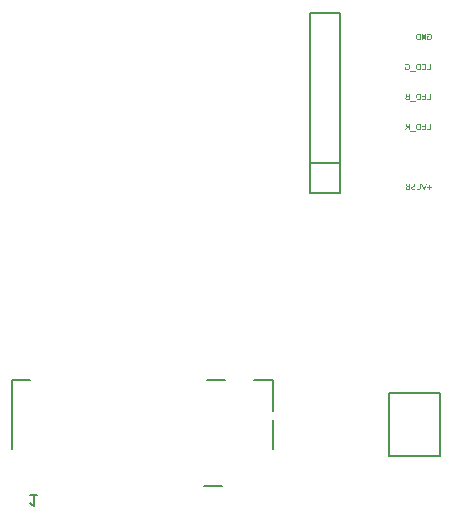
<source format=gbr>
%TF.GenerationSoftware,KiCad,Pcbnew,8.99.0-3402-gadd58faa30*%
%TF.CreationDate,2024-12-15T16:18:47-05:00*%
%TF.ProjectId,Thunderscope_Rev5_Mech_Model,5468756e-6465-4727-9363-6f70655f5265,rev?*%
%TF.SameCoordinates,Original*%
%TF.FileFunction,Legend,Bot*%
%TF.FilePolarity,Positive*%
%FSLAX46Y46*%
G04 Gerber Fmt 4.6, Leading zero omitted, Abs format (unit mm)*
G04 Created by KiCad (PCBNEW 8.99.0-3402-gadd58faa30) date 2024-12-15 16:18:47*
%MOMM*%
%LPD*%
G01*
G04 APERTURE LIST*
%ADD10C,0.150000*%
%ADD11C,0.200000*%
%ADD12C,0.152400*%
%ADD13C,0.127000*%
G04 APERTURE END LIST*
D10*
G36*
X208604026Y-106825600D02*
G01*
X208912248Y-106825600D01*
X208912248Y-106291001D01*
X208838060Y-106291001D01*
X208838060Y-106763464D01*
X208604026Y-106763464D01*
X208604026Y-106825600D01*
G37*
G36*
X208159516Y-106825600D02*
G01*
X208464038Y-106825600D01*
X208464038Y-106291001D01*
X208159516Y-106291001D01*
X208159516Y-106352550D01*
X208391095Y-106352550D01*
X208391095Y-106517854D01*
X208168529Y-106517854D01*
X208168529Y-106579403D01*
X208391095Y-106579403D01*
X208391095Y-106763464D01*
X208159516Y-106763464D01*
X208159516Y-106825600D01*
G37*
G36*
X208040448Y-106825600D02*
G01*
X207925666Y-106825600D01*
X207875932Y-106823063D01*
X207834295Y-106816001D01*
X207795838Y-106804095D01*
X207763770Y-106788780D01*
X207735548Y-106769202D01*
X207712552Y-106746465D01*
X207693619Y-106720382D01*
X207678517Y-106691437D01*
X207667287Y-106660260D01*
X207659466Y-106626004D01*
X207655042Y-106590353D01*
X207653741Y-106557641D01*
X207730174Y-106557641D01*
X207733684Y-106610430D01*
X207743321Y-106652692D01*
X207758102Y-106686363D01*
X207777580Y-106713009D01*
X207801880Y-106733719D01*
X207831693Y-106749012D01*
X207868195Y-106758779D01*
X207912953Y-106762292D01*
X207967468Y-106762292D01*
X207967468Y-106352550D01*
X207904747Y-106352550D01*
X207862123Y-106355438D01*
X207827700Y-106363394D01*
X207797469Y-106377660D01*
X207773185Y-106398309D01*
X207754699Y-106425296D01*
X207740835Y-106461653D01*
X207733081Y-106503131D01*
X207730174Y-106557641D01*
X207653741Y-106557641D01*
X207653531Y-106552365D01*
X207656493Y-106497561D01*
X207664751Y-106451730D01*
X207677552Y-106413510D01*
X207694430Y-106381730D01*
X207715226Y-106355444D01*
X207740723Y-106333449D01*
X207771237Y-106315799D01*
X207807593Y-106302535D01*
X207850857Y-106294037D01*
X207902292Y-106291001D01*
X208040448Y-106291001D01*
X208040448Y-106825600D01*
G37*
G36*
X207162273Y-106994420D02*
G01*
X207623782Y-106994420D01*
X207623782Y-106935216D01*
X207162273Y-106935216D01*
X207162273Y-106994420D01*
G37*
G36*
X207097683Y-106825600D02*
G01*
X206957512Y-106825600D01*
X206910836Y-106822820D01*
X206870427Y-106814938D01*
X206833452Y-106801464D01*
X206803602Y-106783724D01*
X206779032Y-106760796D01*
X206760994Y-106733459D01*
X206749894Y-106702090D01*
X206746279Y-106667623D01*
X206823496Y-106667623D01*
X206827282Y-106699237D01*
X206837661Y-106722934D01*
X206854234Y-106740676D01*
X206876051Y-106752797D01*
X206906337Y-106760964D01*
X206947693Y-106764050D01*
X207024740Y-106764050D01*
X207024740Y-106579403D01*
X206950148Y-106579403D01*
X206921454Y-106581019D01*
X206897062Y-106585558D01*
X206874788Y-106593220D01*
X206857128Y-106602997D01*
X206842555Y-106615686D01*
X206832105Y-106630694D01*
X206825702Y-106647901D01*
X206823496Y-106667623D01*
X206746279Y-106667623D01*
X206746010Y-106665059D01*
X206748242Y-106639283D01*
X206754619Y-106617065D01*
X206764866Y-106596988D01*
X206777993Y-106580099D01*
X206793905Y-106565955D01*
X206812248Y-106554636D01*
X206832236Y-106546231D01*
X206853428Y-106540678D01*
X206823846Y-106528163D01*
X206801830Y-106512790D01*
X206785980Y-106494663D01*
X206774680Y-106473169D01*
X206767711Y-106448678D01*
X206766137Y-106430439D01*
X206841118Y-106430439D01*
X206843227Y-106452119D01*
X206849105Y-106469567D01*
X206858741Y-106484617D01*
X206871673Y-106496934D01*
X206887350Y-106506326D01*
X206906514Y-106513164D01*
X206927449Y-106517060D01*
X206951796Y-106518440D01*
X207024740Y-106518440D01*
X207024740Y-106352550D01*
X206949305Y-106352550D01*
X206918785Y-106354229D01*
X206896475Y-106358632D01*
X206877059Y-106366109D01*
X206863246Y-106375081D01*
X206852728Y-106386514D01*
X206846027Y-106399811D01*
X206842365Y-106414547D01*
X206841118Y-106430439D01*
X206766137Y-106430439D01*
X206765280Y-106420511D01*
X206768846Y-106386543D01*
X206778847Y-106359034D01*
X206794942Y-106336552D01*
X206817739Y-106318265D01*
X206848710Y-106304057D01*
X206890026Y-106294546D01*
X206944396Y-106291001D01*
X207097683Y-106291001D01*
X207097683Y-106825600D01*
G37*
G36*
X208588752Y-101300101D02*
G01*
X208619209Y-101286198D01*
X208650264Y-101275884D01*
X208682681Y-101269498D01*
X208719104Y-101267274D01*
X208760091Y-101271222D01*
X208794941Y-101282478D01*
X208825585Y-101300825D01*
X208850885Y-101325343D01*
X208870689Y-101355296D01*
X208885726Y-101391985D01*
X208894684Y-101432233D01*
X208897816Y-101478117D01*
X208895231Y-101525948D01*
X208887998Y-101566337D01*
X208875076Y-101602977D01*
X208857260Y-101632356D01*
X208833558Y-101656152D01*
X208803771Y-101673792D01*
X208769158Y-101684335D01*
X208725662Y-101688154D01*
X208708846Y-101687348D01*
X208690821Y-101685076D01*
X208673418Y-101681596D01*
X208658434Y-101677089D01*
X208658434Y-101506437D01*
X208767867Y-101506437D01*
X208767867Y-101446060D01*
X208586297Y-101446060D01*
X208586297Y-101720210D01*
X208621761Y-101734169D01*
X208659899Y-101744427D01*
X208698624Y-101750582D01*
X208735920Y-101752634D01*
X208772215Y-101750620D01*
X208805067Y-101744801D01*
X208834912Y-101735415D01*
X208862997Y-101721963D01*
X208887888Y-101704972D01*
X208909906Y-101684307D01*
X208928536Y-101660490D01*
X208944412Y-101632573D01*
X208957461Y-101600006D01*
X208966402Y-101565983D01*
X208972064Y-101527217D01*
X208974057Y-101483063D01*
X208971882Y-101439308D01*
X208965633Y-101400040D01*
X208955629Y-101364727D01*
X208941333Y-101330979D01*
X208924029Y-101301595D01*
X208903752Y-101276104D01*
X208880036Y-101253845D01*
X208853360Y-101235429D01*
X208823408Y-101220709D01*
X208791607Y-101210247D01*
X208757241Y-101203826D01*
X208719910Y-101201622D01*
X208684374Y-101203193D01*
X208651290Y-101207777D01*
X208619312Y-101215776D01*
X208588752Y-101227414D01*
X208588752Y-101300101D01*
G37*
G36*
X208126620Y-101745600D02*
G01*
X208221691Y-101745600D01*
X208377872Y-101412025D01*
X208422972Y-101304790D01*
X208422972Y-101574507D01*
X208422972Y-101745600D01*
X208491006Y-101745600D01*
X208491006Y-101211001D01*
X208397143Y-101211001D01*
X208248362Y-101527063D01*
X208194653Y-101649466D01*
X208194653Y-101362895D01*
X208194653Y-101211001D01*
X208126620Y-101211001D01*
X208126620Y-101745600D01*
G37*
G36*
X208033783Y-101745600D02*
G01*
X207919001Y-101745600D01*
X207869267Y-101743063D01*
X207827630Y-101736001D01*
X207789173Y-101724095D01*
X207757105Y-101708780D01*
X207728883Y-101689202D01*
X207705887Y-101666465D01*
X207686954Y-101640382D01*
X207671852Y-101611437D01*
X207660622Y-101580260D01*
X207652801Y-101546004D01*
X207648377Y-101510353D01*
X207647076Y-101477641D01*
X207723509Y-101477641D01*
X207727019Y-101530430D01*
X207736656Y-101572692D01*
X207751437Y-101606363D01*
X207770915Y-101633009D01*
X207795215Y-101653719D01*
X207825028Y-101669012D01*
X207861530Y-101678779D01*
X207906288Y-101682292D01*
X207960803Y-101682292D01*
X207960803Y-101272550D01*
X207898082Y-101272550D01*
X207855458Y-101275438D01*
X207821035Y-101283394D01*
X207790804Y-101297660D01*
X207766520Y-101318309D01*
X207748034Y-101345296D01*
X207734170Y-101381653D01*
X207726416Y-101423131D01*
X207723509Y-101477641D01*
X207647076Y-101477641D01*
X207646866Y-101472365D01*
X207649828Y-101417561D01*
X207658086Y-101371730D01*
X207670887Y-101333510D01*
X207687765Y-101301730D01*
X207708561Y-101275444D01*
X207734058Y-101253449D01*
X207764572Y-101235799D01*
X207800928Y-101222535D01*
X207844192Y-101214037D01*
X207895627Y-101211001D01*
X208033783Y-101211001D01*
X208033783Y-101745600D01*
G37*
G36*
X208597361Y-104302600D02*
G01*
X208905583Y-104302600D01*
X208905583Y-103768001D01*
X208831395Y-103768001D01*
X208831395Y-104240464D01*
X208597361Y-104240464D01*
X208597361Y-104302600D01*
G37*
G36*
X208152851Y-104302600D02*
G01*
X208457373Y-104302600D01*
X208457373Y-103768001D01*
X208152851Y-103768001D01*
X208152851Y-103829550D01*
X208384430Y-103829550D01*
X208384430Y-103994854D01*
X208161864Y-103994854D01*
X208161864Y-104056403D01*
X208384430Y-104056403D01*
X208384430Y-104240464D01*
X208152851Y-104240464D01*
X208152851Y-104302600D01*
G37*
G36*
X208033783Y-104302600D02*
G01*
X207919001Y-104302600D01*
X207869267Y-104300063D01*
X207827630Y-104293001D01*
X207789173Y-104281095D01*
X207757105Y-104265780D01*
X207728883Y-104246202D01*
X207705887Y-104223465D01*
X207686954Y-104197382D01*
X207671852Y-104168437D01*
X207660622Y-104137260D01*
X207652801Y-104103004D01*
X207648377Y-104067353D01*
X207647076Y-104034641D01*
X207723509Y-104034641D01*
X207727019Y-104087430D01*
X207736656Y-104129692D01*
X207751437Y-104163363D01*
X207770915Y-104190009D01*
X207795215Y-104210719D01*
X207825028Y-104226012D01*
X207861530Y-104235779D01*
X207906288Y-104239292D01*
X207960803Y-104239292D01*
X207960803Y-103829550D01*
X207898082Y-103829550D01*
X207855458Y-103832438D01*
X207821035Y-103840394D01*
X207790804Y-103854660D01*
X207766520Y-103875309D01*
X207748034Y-103902296D01*
X207734170Y-103938653D01*
X207726416Y-103980131D01*
X207723509Y-104034641D01*
X207647076Y-104034641D01*
X207646866Y-104029365D01*
X207649828Y-103974561D01*
X207658086Y-103928730D01*
X207670887Y-103890510D01*
X207687765Y-103858730D01*
X207708561Y-103832444D01*
X207734058Y-103810449D01*
X207764572Y-103792799D01*
X207800928Y-103779535D01*
X207844192Y-103771037D01*
X207895627Y-103768001D01*
X208033783Y-103768001D01*
X208033783Y-104302600D01*
G37*
G36*
X207155608Y-104471420D02*
G01*
X207617117Y-104471420D01*
X207617117Y-104412216D01*
X207155608Y-104412216D01*
X207155608Y-104471420D01*
G37*
G36*
X206743448Y-103857101D02*
G01*
X206773906Y-103843198D01*
X206804961Y-103832884D01*
X206837378Y-103826498D01*
X206873800Y-103824274D01*
X206914788Y-103828222D01*
X206949638Y-103839478D01*
X206980281Y-103857825D01*
X207005582Y-103882343D01*
X207025385Y-103912296D01*
X207040423Y-103948985D01*
X207049380Y-103989233D01*
X207052513Y-104035117D01*
X207049928Y-104082948D01*
X207042694Y-104123337D01*
X207029772Y-104159977D01*
X207011956Y-104189356D01*
X206988254Y-104213152D01*
X206958467Y-104230792D01*
X206923854Y-104241335D01*
X206880358Y-104245154D01*
X206863542Y-104244348D01*
X206845517Y-104242076D01*
X206828115Y-104238596D01*
X206813130Y-104234089D01*
X206813130Y-104063437D01*
X206922563Y-104063437D01*
X206922563Y-104003060D01*
X206740993Y-104003060D01*
X206740993Y-104277210D01*
X206776457Y-104291169D01*
X206814596Y-104301427D01*
X206853321Y-104307582D01*
X206890616Y-104309634D01*
X206926912Y-104307620D01*
X206959763Y-104301801D01*
X206989608Y-104292415D01*
X207017694Y-104278963D01*
X207042584Y-104261972D01*
X207064603Y-104241307D01*
X207083233Y-104217490D01*
X207099108Y-104189573D01*
X207112157Y-104157006D01*
X207121098Y-104122983D01*
X207126761Y-104084217D01*
X207128753Y-104040063D01*
X207126579Y-103996308D01*
X207120330Y-103957040D01*
X207110325Y-103921727D01*
X207096029Y-103887979D01*
X207078725Y-103858595D01*
X207058448Y-103833104D01*
X207034732Y-103810845D01*
X207008057Y-103792429D01*
X206978104Y-103777709D01*
X206946304Y-103767247D01*
X206911937Y-103760826D01*
X206874606Y-103758622D01*
X206839070Y-103760193D01*
X206805986Y-103764777D01*
X206774008Y-103772776D01*
X206743448Y-103784414D01*
X206743448Y-103857101D01*
G37*
G36*
X208592769Y-114253332D02*
G01*
X208753822Y-114253332D01*
X208753822Y-114419807D01*
X208824348Y-114419807D01*
X208824348Y-114253332D01*
X208985401Y-114253332D01*
X208985401Y-114191196D01*
X208824348Y-114191196D01*
X208824348Y-114024720D01*
X208753822Y-114024720D01*
X208753822Y-114191196D01*
X208592769Y-114191196D01*
X208592769Y-114253332D01*
G37*
G36*
X208098653Y-113911001D02*
G01*
X208280626Y-114445600D01*
X208378995Y-114445600D01*
X208556865Y-113911001D01*
X208474506Y-113911001D01*
X208358918Y-114271357D01*
X208326129Y-114376870D01*
X208292497Y-114271357D01*
X208176506Y-113911001D01*
X208098653Y-113911001D01*
G37*
G36*
X207679935Y-114259267D02*
G01*
X207683188Y-114302082D01*
X207692465Y-114339207D01*
X207708066Y-114372616D01*
X207729138Y-114400097D01*
X207755762Y-114422190D01*
X207788379Y-114438932D01*
X207825057Y-114449042D01*
X207868906Y-114452634D01*
X207916718Y-114449108D01*
X207953719Y-114439554D01*
X207985817Y-114423450D01*
X208010506Y-114402552D01*
X208029309Y-114376502D01*
X208042490Y-114345142D01*
X208049912Y-114310459D01*
X208052528Y-114270331D01*
X208052528Y-113911001D01*
X207979548Y-113911001D01*
X207979548Y-114264542D01*
X207977965Y-114294990D01*
X207973613Y-114319753D01*
X207965592Y-114341901D01*
X207954159Y-114359394D01*
X207938822Y-114373247D01*
X207919098Y-114383501D01*
X207896215Y-114389463D01*
X207866415Y-114391671D01*
X207837457Y-114389269D01*
X207814203Y-114382623D01*
X207795517Y-114372240D01*
X207780576Y-114358148D01*
X207765862Y-114334284D01*
X207756357Y-114303458D01*
X207752879Y-114263736D01*
X207752879Y-113911001D01*
X207679935Y-113911001D01*
X207679935Y-114259267D01*
G37*
G36*
X207227219Y-114300006D02*
G01*
X207231265Y-114336468D01*
X207242790Y-114366904D01*
X207261346Y-114393090D01*
X207286240Y-114414678D01*
X207316202Y-114431041D01*
X207353285Y-114443218D01*
X207393545Y-114450184D01*
X207439527Y-114452634D01*
X207481952Y-114450985D01*
X207522545Y-114446882D01*
X207559218Y-114441166D01*
X207590359Y-114434169D01*
X207590359Y-114363571D01*
X207558487Y-114373611D01*
X207521300Y-114381596D01*
X207481671Y-114386414D01*
X207434215Y-114388154D01*
X207400286Y-114386648D01*
X207374168Y-114382621D01*
X207350878Y-114375460D01*
X207333575Y-114366245D01*
X207319785Y-114354006D01*
X207310640Y-114339793D01*
X207305325Y-114323415D01*
X207303460Y-114304110D01*
X207306565Y-114283698D01*
X207315550Y-114266997D01*
X207329207Y-114252719D01*
X207347313Y-114239520D01*
X207367902Y-114228147D01*
X207392193Y-114217355D01*
X207443630Y-114196618D01*
X207495068Y-114173464D01*
X207519105Y-114159666D01*
X207539948Y-114143899D01*
X207557730Y-114125373D01*
X207571711Y-114103892D01*
X207580628Y-114079440D01*
X207583801Y-114049340D01*
X207580972Y-114022214D01*
X207572334Y-113995155D01*
X207557890Y-113970244D01*
X207536687Y-113947784D01*
X207509970Y-113929540D01*
X207474588Y-113914335D01*
X207434625Y-113905029D01*
X207384206Y-113901622D01*
X207354897Y-113902867D01*
X207322913Y-113906348D01*
X207290967Y-113911514D01*
X207261657Y-113917669D01*
X207261657Y-113983394D01*
X207324782Y-113969656D01*
X207356115Y-113966089D01*
X207385855Y-113964930D01*
X207427418Y-113967745D01*
X207457207Y-113975103D01*
X207478069Y-113985812D01*
X207494626Y-114001556D01*
X207504256Y-114019952D01*
X207507561Y-114041939D01*
X207504464Y-114062392D01*
X207495471Y-114079309D01*
X207481809Y-114093779D01*
X207463707Y-114107189D01*
X207443104Y-114118704D01*
X207418828Y-114129537D01*
X207367390Y-114150273D01*
X207315953Y-114173647D01*
X207291936Y-114187672D01*
X207271073Y-114203799D01*
X207253299Y-114222726D01*
X207239309Y-114244649D01*
X207230392Y-114269497D01*
X207227219Y-114300006D01*
G37*
G36*
X207109763Y-114445600D02*
G01*
X206969592Y-114445600D01*
X206922916Y-114442820D01*
X206882507Y-114434938D01*
X206845532Y-114421464D01*
X206815682Y-114403724D01*
X206791112Y-114380796D01*
X206773074Y-114353459D01*
X206761974Y-114322090D01*
X206758359Y-114287623D01*
X206835576Y-114287623D01*
X206839362Y-114319237D01*
X206849741Y-114342934D01*
X206866314Y-114360676D01*
X206888131Y-114372797D01*
X206918417Y-114380964D01*
X206959773Y-114384050D01*
X207036820Y-114384050D01*
X207036820Y-114199403D01*
X206962228Y-114199403D01*
X206933534Y-114201019D01*
X206909142Y-114205558D01*
X206886868Y-114213220D01*
X206869208Y-114222997D01*
X206854635Y-114235686D01*
X206844185Y-114250694D01*
X206837782Y-114267901D01*
X206835576Y-114287623D01*
X206758359Y-114287623D01*
X206758090Y-114285059D01*
X206760322Y-114259283D01*
X206766699Y-114237065D01*
X206776946Y-114216988D01*
X206790073Y-114200099D01*
X206805985Y-114185955D01*
X206824328Y-114174636D01*
X206844316Y-114166231D01*
X206865508Y-114160678D01*
X206835926Y-114148163D01*
X206813910Y-114132790D01*
X206798060Y-114114663D01*
X206786760Y-114093169D01*
X206779791Y-114068678D01*
X206778217Y-114050439D01*
X206853198Y-114050439D01*
X206855307Y-114072119D01*
X206861185Y-114089567D01*
X206870821Y-114104617D01*
X206883753Y-114116934D01*
X206899430Y-114126326D01*
X206918594Y-114133164D01*
X206939529Y-114137060D01*
X206963876Y-114138440D01*
X207036820Y-114138440D01*
X207036820Y-113972550D01*
X206961385Y-113972550D01*
X206930865Y-113974229D01*
X206908555Y-113978632D01*
X206889139Y-113986109D01*
X206875326Y-113995081D01*
X206864808Y-114006514D01*
X206858107Y-114019811D01*
X206854445Y-114034547D01*
X206853198Y-114050439D01*
X206778217Y-114050439D01*
X206777360Y-114040511D01*
X206780926Y-114006543D01*
X206790927Y-113979034D01*
X206807022Y-113956552D01*
X206829819Y-113938265D01*
X206860790Y-113924057D01*
X206902106Y-113914546D01*
X206956476Y-113911001D01*
X207109763Y-113911001D01*
X207109763Y-114445600D01*
G37*
G36*
X208597781Y-109365590D02*
G01*
X208906003Y-109365590D01*
X208906003Y-108830991D01*
X208831815Y-108830991D01*
X208831815Y-109303454D01*
X208597781Y-109303454D01*
X208597781Y-109365590D01*
G37*
G36*
X208153271Y-109365590D02*
G01*
X208457793Y-109365590D01*
X208457793Y-108830991D01*
X208153271Y-108830991D01*
X208153271Y-108892540D01*
X208384850Y-108892540D01*
X208384850Y-109057844D01*
X208162284Y-109057844D01*
X208162284Y-109119393D01*
X208384850Y-109119393D01*
X208384850Y-109303454D01*
X208153271Y-109303454D01*
X208153271Y-109365590D01*
G37*
G36*
X208034203Y-109365590D02*
G01*
X207919421Y-109365590D01*
X207869687Y-109363053D01*
X207828050Y-109355991D01*
X207789593Y-109344085D01*
X207757525Y-109328770D01*
X207729303Y-109309192D01*
X207706307Y-109286455D01*
X207687374Y-109260372D01*
X207672272Y-109231427D01*
X207661042Y-109200250D01*
X207653221Y-109165994D01*
X207648797Y-109130343D01*
X207647496Y-109097631D01*
X207723929Y-109097631D01*
X207727439Y-109150420D01*
X207737076Y-109192682D01*
X207751857Y-109226353D01*
X207771335Y-109252999D01*
X207795635Y-109273709D01*
X207825448Y-109289002D01*
X207861950Y-109298769D01*
X207906708Y-109302282D01*
X207961223Y-109302282D01*
X207961223Y-108892540D01*
X207898502Y-108892540D01*
X207855878Y-108895428D01*
X207821455Y-108903384D01*
X207791224Y-108917650D01*
X207766940Y-108938299D01*
X207748454Y-108965286D01*
X207734590Y-109001643D01*
X207726836Y-109043121D01*
X207723929Y-109097631D01*
X207647496Y-109097631D01*
X207647286Y-109092355D01*
X207650248Y-109037551D01*
X207658506Y-108991720D01*
X207671307Y-108953500D01*
X207688185Y-108921720D01*
X207708981Y-108895434D01*
X207734478Y-108873439D01*
X207764992Y-108855789D01*
X207801348Y-108842525D01*
X207844612Y-108834027D01*
X207896047Y-108830991D01*
X208034203Y-108830991D01*
X208034203Y-109365590D01*
G37*
G36*
X207156028Y-109534410D02*
G01*
X207617537Y-109534410D01*
X207617537Y-109475206D01*
X207156028Y-109475206D01*
X207156028Y-109534410D01*
G37*
G36*
X207086528Y-109365590D02*
G01*
X207013585Y-109365590D01*
X207013585Y-109128772D01*
X206979147Y-109128772D01*
X206950278Y-109132032D01*
X206937853Y-109136371D01*
X206926501Y-109142840D01*
X206916223Y-109151442D01*
X206906204Y-109163173D01*
X206887739Y-109195487D01*
X206807835Y-109365590D01*
X206725440Y-109365590D01*
X206810290Y-109189735D01*
X206827299Y-109159849D01*
X206842457Y-109138773D01*
X206860033Y-109122418D01*
X206880778Y-109111956D01*
X206854114Y-109103550D01*
X206831392Y-109092062D01*
X206811450Y-109077307D01*
X206795342Y-109060408D01*
X206782575Y-109041120D01*
X206773397Y-109019742D01*
X206767874Y-108996863D01*
X206766467Y-108978452D01*
X206842237Y-108978452D01*
X206844325Y-108999771D01*
X206850260Y-109017727D01*
X206859899Y-109033478D01*
X206872792Y-109046523D01*
X206888564Y-109056652D01*
X206908036Y-109064218D01*
X206929479Y-109068600D01*
X206954564Y-109070153D01*
X207013585Y-109070153D01*
X207013585Y-108892540D01*
X206944709Y-108892540D01*
X206912834Y-108895239D01*
X206888146Y-108902596D01*
X206869091Y-108913936D01*
X206854568Y-108929972D01*
X206845517Y-108950949D01*
X206842237Y-108978452D01*
X206766467Y-108978452D01*
X206765996Y-108972297D01*
X206768592Y-108941626D01*
X206776071Y-108914595D01*
X206788949Y-108890453D01*
X206807615Y-108870045D01*
X206831405Y-108853997D01*
X206862753Y-108841286D01*
X206898134Y-108833760D01*
X206943060Y-108830991D01*
X207086528Y-108830991D01*
X207086528Y-109365590D01*
G37*
D11*
X175544577Y-140236380D02*
X174973149Y-140236380D01*
X175258863Y-140236380D02*
X175258863Y-141236380D01*
X175258863Y-141236380D02*
X175163625Y-141093523D01*
X175163625Y-141093523D02*
X175068387Y-140998285D01*
X175068387Y-140998285D02*
X174973149Y-140950666D01*
D12*
%TO.C,J8*%
X173401695Y-130545500D02*
X173401695Y-136349660D01*
X173401695Y-130545500D02*
X174990955Y-130545500D01*
X189711235Y-139511700D02*
X191240955Y-139511700D01*
X189961235Y-130545500D02*
X191490955Y-130545500D01*
X193961235Y-130545500D02*
X195550495Y-130545500D01*
X195550495Y-133887760D02*
X195550495Y-136349660D01*
X195550495Y-130545500D02*
X195550495Y-133169450D01*
D13*
%TO.C,J10*%
X205341095Y-131653600D02*
X205341095Y-136953600D01*
X205341095Y-131653600D02*
X209691095Y-131653600D01*
X205341095Y-136953600D02*
X209691095Y-136953600D01*
X209691095Y-131653600D02*
X209691095Y-136953600D01*
D10*
%TO.C,J5*%
X198631095Y-99433600D02*
X201171095Y-99433600D01*
X198631095Y-112133600D02*
X201171095Y-112133600D01*
X198631095Y-114673600D02*
X198631095Y-99433600D01*
X198631095Y-114673600D02*
X201171095Y-114673600D01*
X201171095Y-114673600D02*
X201171095Y-99433600D01*
%TD*%
M02*

</source>
